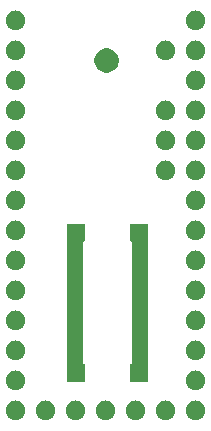
<source format=gbr>
G04 #@! TF.GenerationSoftware,KiCad,Pcbnew,(5.1.0)-1*
G04 #@! TF.CreationDate,2020-11-17T16:37:49-05:00*
G04 #@! TF.ProjectId,T61_LC_Scanner,5436315f-4c43-45f5-9363-616e6e65722e,rev?*
G04 #@! TF.SameCoordinates,Original*
G04 #@! TF.FileFunction,Soldermask,Bot*
G04 #@! TF.FilePolarity,Negative*
%FSLAX46Y46*%
G04 Gerber Fmt 4.6, Leading zero omitted, Abs format (unit mm)*
G04 Created by KiCad (PCBNEW (5.1.0)-1) date 2020-11-17 16:37:49*
%MOMM*%
%LPD*%
G04 APERTURE LIST*
%ADD10C,0.100000*%
G04 APERTURE END LIST*
D10*
G36*
X140341525Y-113589706D02*
G01*
X140422494Y-113605811D01*
X140575038Y-113668997D01*
X140711397Y-113760109D01*
X140712322Y-113760727D01*
X140829073Y-113877478D01*
X140829075Y-113877481D01*
X140920803Y-114014762D01*
X140983989Y-114167307D01*
X141016200Y-114329243D01*
X141016200Y-114494357D01*
X140983989Y-114656293D01*
X140920803Y-114808838D01*
X140829691Y-114945197D01*
X140829073Y-114946122D01*
X140712322Y-115062873D01*
X140712319Y-115062875D01*
X140575038Y-115154603D01*
X140498765Y-115186196D01*
X140422494Y-115217789D01*
X140341525Y-115233895D01*
X140260557Y-115250000D01*
X140095443Y-115250000D01*
X140014475Y-115233895D01*
X139933506Y-115217789D01*
X139857235Y-115186196D01*
X139780962Y-115154603D01*
X139643681Y-115062875D01*
X139643678Y-115062873D01*
X139526927Y-114946122D01*
X139526309Y-114945197D01*
X139435197Y-114808838D01*
X139372011Y-114656293D01*
X139339800Y-114494357D01*
X139339800Y-114329243D01*
X139372011Y-114167307D01*
X139435197Y-114014762D01*
X139526925Y-113877481D01*
X139526927Y-113877478D01*
X139643678Y-113760727D01*
X139644603Y-113760109D01*
X139780962Y-113668997D01*
X139933506Y-113605811D01*
X140014475Y-113589706D01*
X140095443Y-113573600D01*
X140260557Y-113573600D01*
X140341525Y-113589706D01*
X140341525Y-113589706D01*
G37*
G36*
X137801525Y-113589706D02*
G01*
X137882494Y-113605811D01*
X138035038Y-113668997D01*
X138171397Y-113760109D01*
X138172322Y-113760727D01*
X138289073Y-113877478D01*
X138289075Y-113877481D01*
X138380803Y-114014762D01*
X138443989Y-114167307D01*
X138476200Y-114329243D01*
X138476200Y-114494357D01*
X138443989Y-114656293D01*
X138380803Y-114808838D01*
X138289691Y-114945197D01*
X138289073Y-114946122D01*
X138172322Y-115062873D01*
X138172319Y-115062875D01*
X138035038Y-115154603D01*
X137958765Y-115186196D01*
X137882494Y-115217789D01*
X137801525Y-115233895D01*
X137720557Y-115250000D01*
X137555443Y-115250000D01*
X137474475Y-115233895D01*
X137393506Y-115217789D01*
X137317235Y-115186196D01*
X137240962Y-115154603D01*
X137103681Y-115062875D01*
X137103678Y-115062873D01*
X136986927Y-114946122D01*
X136986309Y-114945197D01*
X136895197Y-114808838D01*
X136832011Y-114656293D01*
X136799800Y-114494357D01*
X136799800Y-114329243D01*
X136832011Y-114167307D01*
X136895197Y-114014762D01*
X136986925Y-113877481D01*
X136986927Y-113877478D01*
X137103678Y-113760727D01*
X137104603Y-113760109D01*
X137240962Y-113668997D01*
X137393506Y-113605811D01*
X137474475Y-113589706D01*
X137555443Y-113573600D01*
X137720557Y-113573600D01*
X137801525Y-113589706D01*
X137801525Y-113589706D01*
G37*
G36*
X125101525Y-113589706D02*
G01*
X125182494Y-113605811D01*
X125335038Y-113668997D01*
X125471397Y-113760109D01*
X125472322Y-113760727D01*
X125589073Y-113877478D01*
X125589075Y-113877481D01*
X125680803Y-114014762D01*
X125743989Y-114167307D01*
X125776200Y-114329243D01*
X125776200Y-114494357D01*
X125743989Y-114656293D01*
X125680803Y-114808838D01*
X125589691Y-114945197D01*
X125589073Y-114946122D01*
X125472322Y-115062873D01*
X125472319Y-115062875D01*
X125335038Y-115154603D01*
X125258765Y-115186196D01*
X125182494Y-115217789D01*
X125101525Y-115233895D01*
X125020557Y-115250000D01*
X124855443Y-115250000D01*
X124774475Y-115233895D01*
X124693506Y-115217789D01*
X124617235Y-115186196D01*
X124540962Y-115154603D01*
X124403681Y-115062875D01*
X124403678Y-115062873D01*
X124286927Y-114946122D01*
X124286309Y-114945197D01*
X124195197Y-114808838D01*
X124132011Y-114656293D01*
X124099800Y-114494357D01*
X124099800Y-114329243D01*
X124132011Y-114167307D01*
X124195197Y-114014762D01*
X124286925Y-113877481D01*
X124286927Y-113877478D01*
X124403678Y-113760727D01*
X124404603Y-113760109D01*
X124540962Y-113668997D01*
X124693506Y-113605811D01*
X124774475Y-113589706D01*
X124855443Y-113573600D01*
X125020557Y-113573600D01*
X125101525Y-113589706D01*
X125101525Y-113589706D01*
G37*
G36*
X135261525Y-113589706D02*
G01*
X135342494Y-113605811D01*
X135495038Y-113668997D01*
X135631397Y-113760109D01*
X135632322Y-113760727D01*
X135749073Y-113877478D01*
X135749075Y-113877481D01*
X135840803Y-114014762D01*
X135903989Y-114167307D01*
X135936200Y-114329243D01*
X135936200Y-114494357D01*
X135903989Y-114656293D01*
X135840803Y-114808838D01*
X135749691Y-114945197D01*
X135749073Y-114946122D01*
X135632322Y-115062873D01*
X135632319Y-115062875D01*
X135495038Y-115154603D01*
X135418765Y-115186196D01*
X135342494Y-115217789D01*
X135261525Y-115233895D01*
X135180557Y-115250000D01*
X135015443Y-115250000D01*
X134934475Y-115233895D01*
X134853506Y-115217789D01*
X134777235Y-115186196D01*
X134700962Y-115154603D01*
X134563681Y-115062875D01*
X134563678Y-115062873D01*
X134446927Y-114946122D01*
X134446309Y-114945197D01*
X134355197Y-114808838D01*
X134292011Y-114656293D01*
X134259800Y-114494357D01*
X134259800Y-114329243D01*
X134292011Y-114167307D01*
X134355197Y-114014762D01*
X134446925Y-113877481D01*
X134446927Y-113877478D01*
X134563678Y-113760727D01*
X134564603Y-113760109D01*
X134700962Y-113668997D01*
X134853506Y-113605811D01*
X134934475Y-113589706D01*
X135015443Y-113573600D01*
X135180557Y-113573600D01*
X135261525Y-113589706D01*
X135261525Y-113589706D01*
G37*
G36*
X127641525Y-113589706D02*
G01*
X127722494Y-113605811D01*
X127875038Y-113668997D01*
X128011397Y-113760109D01*
X128012322Y-113760727D01*
X128129073Y-113877478D01*
X128129075Y-113877481D01*
X128220803Y-114014762D01*
X128283989Y-114167307D01*
X128316200Y-114329243D01*
X128316200Y-114494357D01*
X128283989Y-114656293D01*
X128220803Y-114808838D01*
X128129691Y-114945197D01*
X128129073Y-114946122D01*
X128012322Y-115062873D01*
X128012319Y-115062875D01*
X127875038Y-115154603D01*
X127798765Y-115186196D01*
X127722494Y-115217789D01*
X127641525Y-115233895D01*
X127560557Y-115250000D01*
X127395443Y-115250000D01*
X127314475Y-115233895D01*
X127233506Y-115217789D01*
X127157235Y-115186196D01*
X127080962Y-115154603D01*
X126943681Y-115062875D01*
X126943678Y-115062873D01*
X126826927Y-114946122D01*
X126826309Y-114945197D01*
X126735197Y-114808838D01*
X126672011Y-114656293D01*
X126639800Y-114494357D01*
X126639800Y-114329243D01*
X126672011Y-114167307D01*
X126735197Y-114014762D01*
X126826925Y-113877481D01*
X126826927Y-113877478D01*
X126943678Y-113760727D01*
X126944603Y-113760109D01*
X127080962Y-113668997D01*
X127233506Y-113605811D01*
X127314475Y-113589706D01*
X127395443Y-113573600D01*
X127560557Y-113573600D01*
X127641525Y-113589706D01*
X127641525Y-113589706D01*
G37*
G36*
X130181525Y-113589706D02*
G01*
X130262494Y-113605811D01*
X130415038Y-113668997D01*
X130551397Y-113760109D01*
X130552322Y-113760727D01*
X130669073Y-113877478D01*
X130669075Y-113877481D01*
X130760803Y-114014762D01*
X130823989Y-114167307D01*
X130856200Y-114329243D01*
X130856200Y-114494357D01*
X130823989Y-114656293D01*
X130760803Y-114808838D01*
X130669691Y-114945197D01*
X130669073Y-114946122D01*
X130552322Y-115062873D01*
X130552319Y-115062875D01*
X130415038Y-115154603D01*
X130338765Y-115186196D01*
X130262494Y-115217789D01*
X130181525Y-115233895D01*
X130100557Y-115250000D01*
X129935443Y-115250000D01*
X129854475Y-115233895D01*
X129773506Y-115217789D01*
X129697235Y-115186196D01*
X129620962Y-115154603D01*
X129483681Y-115062875D01*
X129483678Y-115062873D01*
X129366927Y-114946122D01*
X129366309Y-114945197D01*
X129275197Y-114808838D01*
X129212011Y-114656293D01*
X129179800Y-114494357D01*
X129179800Y-114329243D01*
X129212011Y-114167307D01*
X129275197Y-114014762D01*
X129366925Y-113877481D01*
X129366927Y-113877478D01*
X129483678Y-113760727D01*
X129484603Y-113760109D01*
X129620962Y-113668997D01*
X129773506Y-113605811D01*
X129854475Y-113589706D01*
X129935443Y-113573600D01*
X130100557Y-113573600D01*
X130181525Y-113589706D01*
X130181525Y-113589706D01*
G37*
G36*
X132721525Y-113589706D02*
G01*
X132802494Y-113605811D01*
X132955038Y-113668997D01*
X133091397Y-113760109D01*
X133092322Y-113760727D01*
X133209073Y-113877478D01*
X133209075Y-113877481D01*
X133300803Y-114014762D01*
X133363989Y-114167307D01*
X133396200Y-114329243D01*
X133396200Y-114494357D01*
X133363989Y-114656293D01*
X133300803Y-114808838D01*
X133209691Y-114945197D01*
X133209073Y-114946122D01*
X133092322Y-115062873D01*
X133092319Y-115062875D01*
X132955038Y-115154603D01*
X132878765Y-115186196D01*
X132802494Y-115217789D01*
X132721525Y-115233895D01*
X132640557Y-115250000D01*
X132475443Y-115250000D01*
X132394475Y-115233895D01*
X132313506Y-115217789D01*
X132237235Y-115186196D01*
X132160962Y-115154603D01*
X132023681Y-115062875D01*
X132023678Y-115062873D01*
X131906927Y-114946122D01*
X131906309Y-114945197D01*
X131815197Y-114808838D01*
X131752011Y-114656293D01*
X131719800Y-114494357D01*
X131719800Y-114329243D01*
X131752011Y-114167307D01*
X131815197Y-114014762D01*
X131906925Y-113877481D01*
X131906927Y-113877478D01*
X132023678Y-113760727D01*
X132024603Y-113760109D01*
X132160962Y-113668997D01*
X132313506Y-113605811D01*
X132394475Y-113589706D01*
X132475443Y-113573600D01*
X132640557Y-113573600D01*
X132721525Y-113589706D01*
X132721525Y-113589706D01*
G37*
G36*
X125101525Y-111049705D02*
G01*
X125182494Y-111065811D01*
X125258765Y-111097404D01*
X125335038Y-111128997D01*
X125471397Y-111220109D01*
X125472322Y-111220727D01*
X125589073Y-111337478D01*
X125589075Y-111337481D01*
X125680803Y-111474762D01*
X125743989Y-111627307D01*
X125776200Y-111789243D01*
X125776200Y-111954357D01*
X125743989Y-112116293D01*
X125680803Y-112268838D01*
X125589691Y-112405197D01*
X125589073Y-112406122D01*
X125472322Y-112522873D01*
X125472319Y-112522875D01*
X125335038Y-112614603D01*
X125258765Y-112646196D01*
X125182494Y-112677789D01*
X125101525Y-112693894D01*
X125020557Y-112710000D01*
X124855443Y-112710000D01*
X124774475Y-112693894D01*
X124693506Y-112677789D01*
X124617235Y-112646196D01*
X124540962Y-112614603D01*
X124403681Y-112522875D01*
X124403678Y-112522873D01*
X124286927Y-112406122D01*
X124286309Y-112405197D01*
X124195197Y-112268838D01*
X124132011Y-112116293D01*
X124099800Y-111954357D01*
X124099800Y-111789243D01*
X124132011Y-111627307D01*
X124195197Y-111474762D01*
X124286925Y-111337481D01*
X124286927Y-111337478D01*
X124403678Y-111220727D01*
X124404603Y-111220109D01*
X124540962Y-111128997D01*
X124693506Y-111065811D01*
X124774475Y-111049705D01*
X124855443Y-111033600D01*
X125020557Y-111033600D01*
X125101525Y-111049705D01*
X125101525Y-111049705D01*
G37*
G36*
X140341525Y-111049705D02*
G01*
X140422494Y-111065811D01*
X140498765Y-111097404D01*
X140575038Y-111128997D01*
X140711397Y-111220109D01*
X140712322Y-111220727D01*
X140829073Y-111337478D01*
X140829075Y-111337481D01*
X140920803Y-111474762D01*
X140983989Y-111627307D01*
X141016200Y-111789243D01*
X141016200Y-111954357D01*
X140983989Y-112116293D01*
X140920803Y-112268838D01*
X140829691Y-112405197D01*
X140829073Y-112406122D01*
X140712322Y-112522873D01*
X140712319Y-112522875D01*
X140575038Y-112614603D01*
X140498765Y-112646196D01*
X140422494Y-112677789D01*
X140341525Y-112693894D01*
X140260557Y-112710000D01*
X140095443Y-112710000D01*
X140014475Y-112693894D01*
X139933506Y-112677789D01*
X139857235Y-112646196D01*
X139780962Y-112614603D01*
X139643681Y-112522875D01*
X139643678Y-112522873D01*
X139526927Y-112406122D01*
X139526309Y-112405197D01*
X139435197Y-112268838D01*
X139372011Y-112116293D01*
X139339800Y-111954357D01*
X139339800Y-111789243D01*
X139372011Y-111627307D01*
X139435197Y-111474762D01*
X139526925Y-111337481D01*
X139526927Y-111337478D01*
X139643678Y-111220727D01*
X139644603Y-111220109D01*
X139780962Y-111128997D01*
X139933506Y-111065811D01*
X140014475Y-111049705D01*
X140095443Y-111033600D01*
X140260557Y-111033600D01*
X140341525Y-111049705D01*
X140341525Y-111049705D01*
G37*
G36*
X130845600Y-100121600D02*
G01*
X130750599Y-100121600D01*
X130726213Y-100124002D01*
X130702764Y-100131115D01*
X130681153Y-100142666D01*
X130662211Y-100158211D01*
X130646666Y-100177153D01*
X130635115Y-100198764D01*
X130628002Y-100222213D01*
X130625600Y-100246599D01*
X130625600Y-110393401D01*
X130628002Y-110417787D01*
X130635115Y-110441236D01*
X130646666Y-110462847D01*
X130662211Y-110481789D01*
X130681153Y-110497334D01*
X130702764Y-110508885D01*
X130726213Y-110515998D01*
X130750599Y-110518400D01*
X130845600Y-110518400D01*
X130845600Y-112021600D01*
X129322400Y-112021600D01*
X129322400Y-98618400D01*
X130845600Y-98618400D01*
X130845600Y-100121600D01*
X130845600Y-100121600D01*
G37*
G36*
X136125600Y-112021600D02*
G01*
X134602400Y-112021600D01*
X134602400Y-110518400D01*
X134697401Y-110518400D01*
X134721787Y-110515998D01*
X134745236Y-110508885D01*
X134766847Y-110497334D01*
X134785789Y-110481789D01*
X134801334Y-110462847D01*
X134812885Y-110441236D01*
X134819998Y-110417787D01*
X134822400Y-110393401D01*
X134822400Y-100246599D01*
X134819998Y-100222213D01*
X134812885Y-100198764D01*
X134801334Y-100177153D01*
X134785789Y-100158211D01*
X134766847Y-100142666D01*
X134745236Y-100131115D01*
X134721787Y-100124002D01*
X134697401Y-100121600D01*
X134602400Y-100121600D01*
X134602400Y-98618400D01*
X136125600Y-98618400D01*
X136125600Y-112021600D01*
X136125600Y-112021600D01*
G37*
G36*
X140341525Y-108509706D02*
G01*
X140422494Y-108525811D01*
X140575038Y-108588997D01*
X140711397Y-108680109D01*
X140712322Y-108680727D01*
X140829073Y-108797478D01*
X140829075Y-108797481D01*
X140920803Y-108934762D01*
X140983989Y-109087307D01*
X141016200Y-109249243D01*
X141016200Y-109414357D01*
X140983989Y-109576293D01*
X140920803Y-109728838D01*
X140829691Y-109865197D01*
X140829073Y-109866122D01*
X140712322Y-109982873D01*
X140712319Y-109982875D01*
X140575038Y-110074603D01*
X140422494Y-110137789D01*
X140341525Y-110153895D01*
X140260557Y-110170000D01*
X140095443Y-110170000D01*
X140014475Y-110153895D01*
X139933506Y-110137789D01*
X139857235Y-110106196D01*
X139780962Y-110074603D01*
X139643681Y-109982875D01*
X139643678Y-109982873D01*
X139526927Y-109866122D01*
X139526309Y-109865197D01*
X139435197Y-109728838D01*
X139372011Y-109576293D01*
X139339800Y-109414357D01*
X139339800Y-109249243D01*
X139372011Y-109087307D01*
X139435197Y-108934762D01*
X139526925Y-108797481D01*
X139526927Y-108797478D01*
X139643678Y-108680727D01*
X139644603Y-108680109D01*
X139780962Y-108588997D01*
X139857235Y-108557404D01*
X139933506Y-108525811D01*
X140014475Y-108509706D01*
X140095443Y-108493600D01*
X140260557Y-108493600D01*
X140341525Y-108509706D01*
X140341525Y-108509706D01*
G37*
G36*
X125101525Y-108509706D02*
G01*
X125182494Y-108525811D01*
X125335038Y-108588997D01*
X125471397Y-108680109D01*
X125472322Y-108680727D01*
X125589073Y-108797478D01*
X125589075Y-108797481D01*
X125680803Y-108934762D01*
X125743989Y-109087307D01*
X125776200Y-109249243D01*
X125776200Y-109414357D01*
X125743989Y-109576293D01*
X125680803Y-109728838D01*
X125589691Y-109865197D01*
X125589073Y-109866122D01*
X125472322Y-109982873D01*
X125472319Y-109982875D01*
X125335038Y-110074603D01*
X125182494Y-110137789D01*
X125101525Y-110153895D01*
X125020557Y-110170000D01*
X124855443Y-110170000D01*
X124774475Y-110153895D01*
X124693506Y-110137789D01*
X124617235Y-110106196D01*
X124540962Y-110074603D01*
X124403681Y-109982875D01*
X124403678Y-109982873D01*
X124286927Y-109866122D01*
X124286309Y-109865197D01*
X124195197Y-109728838D01*
X124132011Y-109576293D01*
X124099800Y-109414357D01*
X124099800Y-109249243D01*
X124132011Y-109087307D01*
X124195197Y-108934762D01*
X124286925Y-108797481D01*
X124286927Y-108797478D01*
X124403678Y-108680727D01*
X124404603Y-108680109D01*
X124540962Y-108588997D01*
X124617235Y-108557404D01*
X124693506Y-108525811D01*
X124774475Y-108509706D01*
X124855443Y-108493600D01*
X125020557Y-108493600D01*
X125101525Y-108509706D01*
X125101525Y-108509706D01*
G37*
G36*
X140341525Y-105969705D02*
G01*
X140422494Y-105985811D01*
X140498765Y-106017404D01*
X140575038Y-106048997D01*
X140711397Y-106140109D01*
X140712322Y-106140727D01*
X140829073Y-106257478D01*
X140829075Y-106257481D01*
X140920803Y-106394762D01*
X140983989Y-106547307D01*
X141016200Y-106709243D01*
X141016200Y-106874357D01*
X140983989Y-107036293D01*
X140920803Y-107188838D01*
X140834233Y-107318400D01*
X140829073Y-107326122D01*
X140712322Y-107442873D01*
X140712319Y-107442875D01*
X140575038Y-107534603D01*
X140498765Y-107566196D01*
X140422494Y-107597789D01*
X140341525Y-107613894D01*
X140260557Y-107630000D01*
X140095443Y-107630000D01*
X140014475Y-107613894D01*
X139933506Y-107597789D01*
X139780962Y-107534603D01*
X139643681Y-107442875D01*
X139643678Y-107442873D01*
X139526927Y-107326122D01*
X139521767Y-107318400D01*
X139435197Y-107188838D01*
X139372011Y-107036293D01*
X139339800Y-106874357D01*
X139339800Y-106709243D01*
X139372011Y-106547307D01*
X139435197Y-106394762D01*
X139526925Y-106257481D01*
X139526927Y-106257478D01*
X139643678Y-106140727D01*
X139644603Y-106140109D01*
X139780962Y-106048997D01*
X139933506Y-105985811D01*
X140014475Y-105969705D01*
X140095443Y-105953600D01*
X140260557Y-105953600D01*
X140341525Y-105969705D01*
X140341525Y-105969705D01*
G37*
G36*
X125101525Y-105969705D02*
G01*
X125182494Y-105985811D01*
X125258765Y-106017404D01*
X125335038Y-106048997D01*
X125471397Y-106140109D01*
X125472322Y-106140727D01*
X125589073Y-106257478D01*
X125589075Y-106257481D01*
X125680803Y-106394762D01*
X125743989Y-106547307D01*
X125776200Y-106709243D01*
X125776200Y-106874357D01*
X125743989Y-107036293D01*
X125680803Y-107188838D01*
X125594233Y-107318400D01*
X125589073Y-107326122D01*
X125472322Y-107442873D01*
X125472319Y-107442875D01*
X125335038Y-107534603D01*
X125258765Y-107566196D01*
X125182494Y-107597789D01*
X125101525Y-107613894D01*
X125020557Y-107630000D01*
X124855443Y-107630000D01*
X124774475Y-107613894D01*
X124693506Y-107597789D01*
X124540962Y-107534603D01*
X124403681Y-107442875D01*
X124403678Y-107442873D01*
X124286927Y-107326122D01*
X124281767Y-107318400D01*
X124195197Y-107188838D01*
X124132011Y-107036293D01*
X124099800Y-106874357D01*
X124099800Y-106709243D01*
X124132011Y-106547307D01*
X124195197Y-106394762D01*
X124286925Y-106257481D01*
X124286927Y-106257478D01*
X124403678Y-106140727D01*
X124404603Y-106140109D01*
X124540962Y-106048997D01*
X124693506Y-105985811D01*
X124774475Y-105969705D01*
X124855443Y-105953600D01*
X125020557Y-105953600D01*
X125101525Y-105969705D01*
X125101525Y-105969705D01*
G37*
G36*
X140341525Y-103429706D02*
G01*
X140422494Y-103445811D01*
X140575038Y-103508997D01*
X140711397Y-103600109D01*
X140712322Y-103600727D01*
X140829073Y-103717478D01*
X140829075Y-103717481D01*
X140920803Y-103854762D01*
X140983989Y-104007307D01*
X141016200Y-104169243D01*
X141016200Y-104334357D01*
X140983989Y-104496293D01*
X140920803Y-104648838D01*
X140829691Y-104785197D01*
X140829073Y-104786122D01*
X140712322Y-104902873D01*
X140712319Y-104902875D01*
X140575038Y-104994603D01*
X140498765Y-105026196D01*
X140422494Y-105057789D01*
X140341525Y-105073895D01*
X140260557Y-105090000D01*
X140095443Y-105090000D01*
X140014475Y-105073894D01*
X139933506Y-105057789D01*
X139857235Y-105026196D01*
X139780962Y-104994603D01*
X139643681Y-104902875D01*
X139643678Y-104902873D01*
X139526927Y-104786122D01*
X139526309Y-104785197D01*
X139435197Y-104648838D01*
X139372011Y-104496293D01*
X139339800Y-104334357D01*
X139339800Y-104169243D01*
X139372011Y-104007307D01*
X139435197Y-103854762D01*
X139526925Y-103717481D01*
X139526927Y-103717478D01*
X139643678Y-103600727D01*
X139644603Y-103600109D01*
X139780962Y-103508997D01*
X139933506Y-103445811D01*
X140014475Y-103429706D01*
X140095443Y-103413600D01*
X140260557Y-103413600D01*
X140341525Y-103429706D01*
X140341525Y-103429706D01*
G37*
G36*
X125101525Y-103429706D02*
G01*
X125182494Y-103445811D01*
X125335038Y-103508997D01*
X125471397Y-103600109D01*
X125472322Y-103600727D01*
X125589073Y-103717478D01*
X125589075Y-103717481D01*
X125680803Y-103854762D01*
X125743989Y-104007307D01*
X125776200Y-104169243D01*
X125776200Y-104334357D01*
X125743989Y-104496293D01*
X125680803Y-104648838D01*
X125589691Y-104785197D01*
X125589073Y-104786122D01*
X125472322Y-104902873D01*
X125472319Y-104902875D01*
X125335038Y-104994603D01*
X125258765Y-105026196D01*
X125182494Y-105057789D01*
X125101525Y-105073895D01*
X125020557Y-105090000D01*
X124855443Y-105090000D01*
X124774475Y-105073894D01*
X124693506Y-105057789D01*
X124617235Y-105026196D01*
X124540962Y-104994603D01*
X124403681Y-104902875D01*
X124403678Y-104902873D01*
X124286927Y-104786122D01*
X124286309Y-104785197D01*
X124195197Y-104648838D01*
X124132011Y-104496293D01*
X124099800Y-104334357D01*
X124099800Y-104169243D01*
X124132011Y-104007307D01*
X124195197Y-103854762D01*
X124286925Y-103717481D01*
X124286927Y-103717478D01*
X124403678Y-103600727D01*
X124404603Y-103600109D01*
X124540962Y-103508997D01*
X124693506Y-103445811D01*
X124774475Y-103429706D01*
X124855443Y-103413600D01*
X125020557Y-103413600D01*
X125101525Y-103429706D01*
X125101525Y-103429706D01*
G37*
G36*
X140341525Y-100889705D02*
G01*
X140422494Y-100905811D01*
X140575038Y-100968997D01*
X140711397Y-101060109D01*
X140712322Y-101060727D01*
X140829073Y-101177478D01*
X140829075Y-101177481D01*
X140920803Y-101314762D01*
X140983989Y-101467307D01*
X141016200Y-101629243D01*
X141016200Y-101794357D01*
X140983989Y-101956293D01*
X140920803Y-102108838D01*
X140829691Y-102245197D01*
X140829073Y-102246122D01*
X140712322Y-102362873D01*
X140712319Y-102362875D01*
X140575038Y-102454603D01*
X140422494Y-102517789D01*
X140341525Y-102533895D01*
X140260557Y-102550000D01*
X140095443Y-102550000D01*
X140014475Y-102533895D01*
X139933506Y-102517789D01*
X139857235Y-102486196D01*
X139780962Y-102454603D01*
X139643681Y-102362875D01*
X139643678Y-102362873D01*
X139526927Y-102246122D01*
X139526309Y-102245197D01*
X139435197Y-102108838D01*
X139372011Y-101956293D01*
X139339800Y-101794357D01*
X139339800Y-101629243D01*
X139372011Y-101467307D01*
X139435197Y-101314762D01*
X139526925Y-101177481D01*
X139526927Y-101177478D01*
X139643678Y-101060727D01*
X139644603Y-101060109D01*
X139780962Y-100968997D01*
X139857235Y-100937404D01*
X139933506Y-100905811D01*
X140014475Y-100889706D01*
X140095443Y-100873600D01*
X140260557Y-100873600D01*
X140341525Y-100889705D01*
X140341525Y-100889705D01*
G37*
G36*
X125101525Y-100889705D02*
G01*
X125182494Y-100905811D01*
X125335038Y-100968997D01*
X125471397Y-101060109D01*
X125472322Y-101060727D01*
X125589073Y-101177478D01*
X125589075Y-101177481D01*
X125680803Y-101314762D01*
X125743989Y-101467307D01*
X125776200Y-101629243D01*
X125776200Y-101794357D01*
X125743989Y-101956293D01*
X125680803Y-102108838D01*
X125589691Y-102245197D01*
X125589073Y-102246122D01*
X125472322Y-102362873D01*
X125472319Y-102362875D01*
X125335038Y-102454603D01*
X125182494Y-102517789D01*
X125101525Y-102533895D01*
X125020557Y-102550000D01*
X124855443Y-102550000D01*
X124774475Y-102533895D01*
X124693506Y-102517789D01*
X124617235Y-102486196D01*
X124540962Y-102454603D01*
X124403681Y-102362875D01*
X124403678Y-102362873D01*
X124286927Y-102246122D01*
X124286309Y-102245197D01*
X124195197Y-102108838D01*
X124132011Y-101956293D01*
X124099800Y-101794357D01*
X124099800Y-101629243D01*
X124132011Y-101467307D01*
X124195197Y-101314762D01*
X124286925Y-101177481D01*
X124286927Y-101177478D01*
X124403678Y-101060727D01*
X124404603Y-101060109D01*
X124540962Y-100968997D01*
X124617235Y-100937404D01*
X124693506Y-100905811D01*
X124774475Y-100889706D01*
X124855443Y-100873600D01*
X125020557Y-100873600D01*
X125101525Y-100889705D01*
X125101525Y-100889705D01*
G37*
G36*
X140341525Y-98349705D02*
G01*
X140422494Y-98365811D01*
X140575038Y-98428997D01*
X140711397Y-98520109D01*
X140712322Y-98520727D01*
X140829073Y-98637478D01*
X140829075Y-98637481D01*
X140920803Y-98774762D01*
X140983989Y-98927307D01*
X141016200Y-99089243D01*
X141016200Y-99254357D01*
X140983989Y-99416293D01*
X140920803Y-99568838D01*
X140829691Y-99705197D01*
X140829073Y-99706122D01*
X140712322Y-99822873D01*
X140712319Y-99822875D01*
X140575038Y-99914603D01*
X140498765Y-99946196D01*
X140422494Y-99977789D01*
X140341525Y-99993894D01*
X140260557Y-100010000D01*
X140095443Y-100010000D01*
X140014475Y-99993894D01*
X139933506Y-99977789D01*
X139857235Y-99946196D01*
X139780962Y-99914603D01*
X139643681Y-99822875D01*
X139643678Y-99822873D01*
X139526927Y-99706122D01*
X139526309Y-99705197D01*
X139435197Y-99568838D01*
X139372011Y-99416293D01*
X139339800Y-99254357D01*
X139339800Y-99089243D01*
X139372011Y-98927307D01*
X139435197Y-98774762D01*
X139526925Y-98637481D01*
X139526927Y-98637478D01*
X139643678Y-98520727D01*
X139644603Y-98520109D01*
X139780962Y-98428997D01*
X139933506Y-98365811D01*
X140014475Y-98349706D01*
X140095443Y-98333600D01*
X140260557Y-98333600D01*
X140341525Y-98349705D01*
X140341525Y-98349705D01*
G37*
G36*
X125101525Y-98349705D02*
G01*
X125182494Y-98365811D01*
X125335038Y-98428997D01*
X125471397Y-98520109D01*
X125472322Y-98520727D01*
X125589073Y-98637478D01*
X125589075Y-98637481D01*
X125680803Y-98774762D01*
X125743989Y-98927307D01*
X125776200Y-99089243D01*
X125776200Y-99254357D01*
X125743989Y-99416293D01*
X125680803Y-99568838D01*
X125589691Y-99705197D01*
X125589073Y-99706122D01*
X125472322Y-99822873D01*
X125472319Y-99822875D01*
X125335038Y-99914603D01*
X125258765Y-99946196D01*
X125182494Y-99977789D01*
X125101525Y-99993894D01*
X125020557Y-100010000D01*
X124855443Y-100010000D01*
X124774475Y-99993894D01*
X124693506Y-99977789D01*
X124617235Y-99946196D01*
X124540962Y-99914603D01*
X124403681Y-99822875D01*
X124403678Y-99822873D01*
X124286927Y-99706122D01*
X124286309Y-99705197D01*
X124195197Y-99568838D01*
X124132011Y-99416293D01*
X124099800Y-99254357D01*
X124099800Y-99089243D01*
X124132011Y-98927307D01*
X124195197Y-98774762D01*
X124286925Y-98637481D01*
X124286927Y-98637478D01*
X124403678Y-98520727D01*
X124404603Y-98520109D01*
X124540962Y-98428997D01*
X124693506Y-98365811D01*
X124774475Y-98349706D01*
X124855443Y-98333600D01*
X125020557Y-98333600D01*
X125101525Y-98349705D01*
X125101525Y-98349705D01*
G37*
G36*
X140341525Y-95809705D02*
G01*
X140422494Y-95825811D01*
X140498765Y-95857404D01*
X140575038Y-95888997D01*
X140711397Y-95980109D01*
X140712322Y-95980727D01*
X140829073Y-96097478D01*
X140829075Y-96097481D01*
X140920803Y-96234762D01*
X140983989Y-96387307D01*
X141016200Y-96549243D01*
X141016200Y-96714357D01*
X140983989Y-96876293D01*
X140920803Y-97028838D01*
X140829691Y-97165197D01*
X140829073Y-97166122D01*
X140712322Y-97282873D01*
X140712319Y-97282875D01*
X140575038Y-97374603D01*
X140422494Y-97437789D01*
X140341525Y-97453895D01*
X140260557Y-97470000D01*
X140095443Y-97470000D01*
X140014475Y-97453894D01*
X139933506Y-97437789D01*
X139780962Y-97374603D01*
X139643681Y-97282875D01*
X139643678Y-97282873D01*
X139526927Y-97166122D01*
X139526309Y-97165197D01*
X139435197Y-97028838D01*
X139372011Y-96876293D01*
X139339800Y-96714357D01*
X139339800Y-96549243D01*
X139372011Y-96387307D01*
X139435197Y-96234762D01*
X139526925Y-96097481D01*
X139526927Y-96097478D01*
X139643678Y-95980727D01*
X139644603Y-95980109D01*
X139780962Y-95888997D01*
X139857235Y-95857404D01*
X139933506Y-95825811D01*
X140014475Y-95809706D01*
X140095443Y-95793600D01*
X140260557Y-95793600D01*
X140341525Y-95809705D01*
X140341525Y-95809705D01*
G37*
G36*
X125101525Y-95809705D02*
G01*
X125182494Y-95825811D01*
X125258765Y-95857404D01*
X125335038Y-95888997D01*
X125471397Y-95980109D01*
X125472322Y-95980727D01*
X125589073Y-96097478D01*
X125589075Y-96097481D01*
X125680803Y-96234762D01*
X125743989Y-96387307D01*
X125776200Y-96549243D01*
X125776200Y-96714357D01*
X125743989Y-96876293D01*
X125680803Y-97028838D01*
X125589691Y-97165197D01*
X125589073Y-97166122D01*
X125472322Y-97282873D01*
X125472319Y-97282875D01*
X125335038Y-97374603D01*
X125182494Y-97437789D01*
X125101525Y-97453895D01*
X125020557Y-97470000D01*
X124855443Y-97470000D01*
X124774475Y-97453894D01*
X124693506Y-97437789D01*
X124540962Y-97374603D01*
X124403681Y-97282875D01*
X124403678Y-97282873D01*
X124286927Y-97166122D01*
X124286309Y-97165197D01*
X124195197Y-97028838D01*
X124132011Y-96876293D01*
X124099800Y-96714357D01*
X124099800Y-96549243D01*
X124132011Y-96387307D01*
X124195197Y-96234762D01*
X124286925Y-96097481D01*
X124286927Y-96097478D01*
X124403678Y-95980727D01*
X124404603Y-95980109D01*
X124540962Y-95888997D01*
X124617235Y-95857404D01*
X124693506Y-95825811D01*
X124774475Y-95809706D01*
X124855443Y-95793600D01*
X125020557Y-95793600D01*
X125101525Y-95809705D01*
X125101525Y-95809705D01*
G37*
G36*
X140341525Y-93269705D02*
G01*
X140422494Y-93285811D01*
X140575038Y-93348997D01*
X140711397Y-93440109D01*
X140712322Y-93440727D01*
X140829073Y-93557478D01*
X140829075Y-93557481D01*
X140920803Y-93694762D01*
X140983989Y-93847307D01*
X141016200Y-94009243D01*
X141016200Y-94174357D01*
X140983989Y-94336293D01*
X140920803Y-94488838D01*
X140829691Y-94625197D01*
X140829073Y-94626122D01*
X140712322Y-94742873D01*
X140712319Y-94742875D01*
X140575038Y-94834603D01*
X140422494Y-94897789D01*
X140341525Y-94913895D01*
X140260557Y-94930000D01*
X140095443Y-94930000D01*
X140014475Y-94913894D01*
X139933506Y-94897789D01*
X139780962Y-94834603D01*
X139643681Y-94742875D01*
X139643678Y-94742873D01*
X139526927Y-94626122D01*
X139526309Y-94625197D01*
X139435197Y-94488838D01*
X139372011Y-94336293D01*
X139339800Y-94174357D01*
X139339800Y-94009243D01*
X139372011Y-93847307D01*
X139435197Y-93694762D01*
X139526925Y-93557481D01*
X139526927Y-93557478D01*
X139643678Y-93440727D01*
X139644603Y-93440109D01*
X139780962Y-93348997D01*
X139857235Y-93317404D01*
X139933506Y-93285811D01*
X140014475Y-93269705D01*
X140095443Y-93253600D01*
X140260557Y-93253600D01*
X140341525Y-93269705D01*
X140341525Y-93269705D01*
G37*
G36*
X125101525Y-93269705D02*
G01*
X125182494Y-93285811D01*
X125335038Y-93348997D01*
X125471397Y-93440109D01*
X125472322Y-93440727D01*
X125589073Y-93557478D01*
X125589075Y-93557481D01*
X125680803Y-93694762D01*
X125743989Y-93847307D01*
X125776200Y-94009243D01*
X125776200Y-94174357D01*
X125743989Y-94336293D01*
X125680803Y-94488838D01*
X125589691Y-94625197D01*
X125589073Y-94626122D01*
X125472322Y-94742873D01*
X125472319Y-94742875D01*
X125335038Y-94834603D01*
X125182494Y-94897789D01*
X125101525Y-94913895D01*
X125020557Y-94930000D01*
X124855443Y-94930000D01*
X124774475Y-94913894D01*
X124693506Y-94897789D01*
X124540962Y-94834603D01*
X124403681Y-94742875D01*
X124403678Y-94742873D01*
X124286927Y-94626122D01*
X124286309Y-94625197D01*
X124195197Y-94488838D01*
X124132011Y-94336293D01*
X124099800Y-94174357D01*
X124099800Y-94009243D01*
X124132011Y-93847307D01*
X124195197Y-93694762D01*
X124286925Y-93557481D01*
X124286927Y-93557478D01*
X124403678Y-93440727D01*
X124404603Y-93440109D01*
X124540962Y-93348997D01*
X124617235Y-93317404D01*
X124693506Y-93285811D01*
X124774475Y-93269705D01*
X124855443Y-93253600D01*
X125020557Y-93253600D01*
X125101525Y-93269705D01*
X125101525Y-93269705D01*
G37*
G36*
X137801525Y-93269705D02*
G01*
X137882494Y-93285811D01*
X138035038Y-93348997D01*
X138171397Y-93440109D01*
X138172322Y-93440727D01*
X138289073Y-93557478D01*
X138289075Y-93557481D01*
X138380803Y-93694762D01*
X138443989Y-93847307D01*
X138476200Y-94009243D01*
X138476200Y-94174357D01*
X138443989Y-94336293D01*
X138380803Y-94488838D01*
X138289691Y-94625197D01*
X138289073Y-94626122D01*
X138172322Y-94742873D01*
X138172319Y-94742875D01*
X138035038Y-94834603D01*
X137882494Y-94897789D01*
X137801525Y-94913895D01*
X137720557Y-94930000D01*
X137555443Y-94930000D01*
X137474475Y-94913894D01*
X137393506Y-94897789D01*
X137240962Y-94834603D01*
X137103681Y-94742875D01*
X137103678Y-94742873D01*
X136986927Y-94626122D01*
X136986309Y-94625197D01*
X136895197Y-94488838D01*
X136832011Y-94336293D01*
X136799800Y-94174357D01*
X136799800Y-94009243D01*
X136832011Y-93847307D01*
X136895197Y-93694762D01*
X136986925Y-93557481D01*
X136986927Y-93557478D01*
X137103678Y-93440727D01*
X137104603Y-93440109D01*
X137240962Y-93348997D01*
X137317235Y-93317404D01*
X137393506Y-93285811D01*
X137474475Y-93269705D01*
X137555443Y-93253600D01*
X137720557Y-93253600D01*
X137801525Y-93269705D01*
X137801525Y-93269705D01*
G37*
G36*
X125101525Y-90729705D02*
G01*
X125182494Y-90745811D01*
X125258765Y-90777404D01*
X125335038Y-90808997D01*
X125471397Y-90900109D01*
X125472322Y-90900727D01*
X125589073Y-91017478D01*
X125589075Y-91017481D01*
X125680803Y-91154762D01*
X125743989Y-91307307D01*
X125776200Y-91469243D01*
X125776200Y-91634357D01*
X125743989Y-91796293D01*
X125680803Y-91948838D01*
X125589691Y-92085197D01*
X125589073Y-92086122D01*
X125472322Y-92202873D01*
X125472319Y-92202875D01*
X125335038Y-92294603D01*
X125258765Y-92326196D01*
X125182494Y-92357789D01*
X125101525Y-92373895D01*
X125020557Y-92390000D01*
X124855443Y-92390000D01*
X124774475Y-92373894D01*
X124693506Y-92357789D01*
X124540962Y-92294603D01*
X124403681Y-92202875D01*
X124403678Y-92202873D01*
X124286927Y-92086122D01*
X124286309Y-92085197D01*
X124195197Y-91948838D01*
X124132011Y-91796293D01*
X124099800Y-91634357D01*
X124099800Y-91469243D01*
X124132011Y-91307307D01*
X124195197Y-91154762D01*
X124286925Y-91017481D01*
X124286927Y-91017478D01*
X124403678Y-90900727D01*
X124404603Y-90900109D01*
X124540962Y-90808997D01*
X124693506Y-90745811D01*
X124774475Y-90729706D01*
X124855443Y-90713600D01*
X125020557Y-90713600D01*
X125101525Y-90729705D01*
X125101525Y-90729705D01*
G37*
G36*
X140341525Y-90729705D02*
G01*
X140422494Y-90745811D01*
X140498765Y-90777404D01*
X140575038Y-90808997D01*
X140711397Y-90900109D01*
X140712322Y-90900727D01*
X140829073Y-91017478D01*
X140829075Y-91017481D01*
X140920803Y-91154762D01*
X140983989Y-91307307D01*
X141016200Y-91469243D01*
X141016200Y-91634357D01*
X140983989Y-91796293D01*
X140920803Y-91948838D01*
X140829691Y-92085197D01*
X140829073Y-92086122D01*
X140712322Y-92202873D01*
X140712319Y-92202875D01*
X140575038Y-92294603D01*
X140498765Y-92326196D01*
X140422494Y-92357789D01*
X140341525Y-92373895D01*
X140260557Y-92390000D01*
X140095443Y-92390000D01*
X140014475Y-92373894D01*
X139933506Y-92357789D01*
X139780962Y-92294603D01*
X139643681Y-92202875D01*
X139643678Y-92202873D01*
X139526927Y-92086122D01*
X139526309Y-92085197D01*
X139435197Y-91948838D01*
X139372011Y-91796293D01*
X139339800Y-91634357D01*
X139339800Y-91469243D01*
X139372011Y-91307307D01*
X139435197Y-91154762D01*
X139526925Y-91017481D01*
X139526927Y-91017478D01*
X139643678Y-90900727D01*
X139644603Y-90900109D01*
X139780962Y-90808997D01*
X139933506Y-90745811D01*
X140014475Y-90729706D01*
X140095443Y-90713600D01*
X140260557Y-90713600D01*
X140341525Y-90729705D01*
X140341525Y-90729705D01*
G37*
G36*
X137801525Y-90729705D02*
G01*
X137882494Y-90745811D01*
X137958765Y-90777404D01*
X138035038Y-90808997D01*
X138171397Y-90900109D01*
X138172322Y-90900727D01*
X138289073Y-91017478D01*
X138289075Y-91017481D01*
X138380803Y-91154762D01*
X138443989Y-91307307D01*
X138476200Y-91469243D01*
X138476200Y-91634357D01*
X138443989Y-91796293D01*
X138380803Y-91948838D01*
X138289691Y-92085197D01*
X138289073Y-92086122D01*
X138172322Y-92202873D01*
X138172319Y-92202875D01*
X138035038Y-92294603D01*
X137958765Y-92326196D01*
X137882494Y-92357789D01*
X137801525Y-92373895D01*
X137720557Y-92390000D01*
X137555443Y-92390000D01*
X137474475Y-92373894D01*
X137393506Y-92357789D01*
X137240962Y-92294603D01*
X137103681Y-92202875D01*
X137103678Y-92202873D01*
X136986927Y-92086122D01*
X136986309Y-92085197D01*
X136895197Y-91948838D01*
X136832011Y-91796293D01*
X136799800Y-91634357D01*
X136799800Y-91469243D01*
X136832011Y-91307307D01*
X136895197Y-91154762D01*
X136986925Y-91017481D01*
X136986927Y-91017478D01*
X137103678Y-90900727D01*
X137104603Y-90900109D01*
X137240962Y-90808997D01*
X137393506Y-90745811D01*
X137474475Y-90729706D01*
X137555443Y-90713600D01*
X137720557Y-90713600D01*
X137801525Y-90729705D01*
X137801525Y-90729705D01*
G37*
G36*
X140341525Y-88189705D02*
G01*
X140422494Y-88205811D01*
X140575038Y-88268997D01*
X140711397Y-88360109D01*
X140712322Y-88360727D01*
X140829073Y-88477478D01*
X140829075Y-88477481D01*
X140920803Y-88614762D01*
X140983989Y-88767307D01*
X141016200Y-88929243D01*
X141016200Y-89094357D01*
X140983989Y-89256293D01*
X140920803Y-89408838D01*
X140829691Y-89545197D01*
X140829073Y-89546122D01*
X140712322Y-89662873D01*
X140712319Y-89662875D01*
X140575038Y-89754603D01*
X140422494Y-89817789D01*
X140341525Y-89833894D01*
X140260557Y-89850000D01*
X140095443Y-89850000D01*
X140014475Y-89833894D01*
X139933506Y-89817789D01*
X139857235Y-89786196D01*
X139780962Y-89754603D01*
X139643681Y-89662875D01*
X139643678Y-89662873D01*
X139526927Y-89546122D01*
X139526309Y-89545197D01*
X139435197Y-89408838D01*
X139372011Y-89256293D01*
X139339800Y-89094357D01*
X139339800Y-88929243D01*
X139372011Y-88767307D01*
X139435197Y-88614762D01*
X139526925Y-88477481D01*
X139526927Y-88477478D01*
X139643678Y-88360727D01*
X139644603Y-88360109D01*
X139780962Y-88268997D01*
X139857235Y-88237404D01*
X139933506Y-88205811D01*
X140014475Y-88189706D01*
X140095443Y-88173600D01*
X140260557Y-88173600D01*
X140341525Y-88189705D01*
X140341525Y-88189705D01*
G37*
G36*
X137801525Y-88189705D02*
G01*
X137882494Y-88205811D01*
X138035038Y-88268997D01*
X138171397Y-88360109D01*
X138172322Y-88360727D01*
X138289073Y-88477478D01*
X138289075Y-88477481D01*
X138380803Y-88614762D01*
X138443989Y-88767307D01*
X138476200Y-88929243D01*
X138476200Y-89094357D01*
X138443989Y-89256293D01*
X138380803Y-89408838D01*
X138289691Y-89545197D01*
X138289073Y-89546122D01*
X138172322Y-89662873D01*
X138172319Y-89662875D01*
X138035038Y-89754603D01*
X137882494Y-89817789D01*
X137801525Y-89833894D01*
X137720557Y-89850000D01*
X137555443Y-89850000D01*
X137474475Y-89833894D01*
X137393506Y-89817789D01*
X137317235Y-89786196D01*
X137240962Y-89754603D01*
X137103681Y-89662875D01*
X137103678Y-89662873D01*
X136986927Y-89546122D01*
X136986309Y-89545197D01*
X136895197Y-89408838D01*
X136832011Y-89256293D01*
X136799800Y-89094357D01*
X136799800Y-88929243D01*
X136832011Y-88767307D01*
X136895197Y-88614762D01*
X136986925Y-88477481D01*
X136986927Y-88477478D01*
X137103678Y-88360727D01*
X137104603Y-88360109D01*
X137240962Y-88268997D01*
X137317235Y-88237404D01*
X137393506Y-88205811D01*
X137474475Y-88189706D01*
X137555443Y-88173600D01*
X137720557Y-88173600D01*
X137801525Y-88189705D01*
X137801525Y-88189705D01*
G37*
G36*
X125101525Y-88189705D02*
G01*
X125182494Y-88205811D01*
X125335038Y-88268997D01*
X125471397Y-88360109D01*
X125472322Y-88360727D01*
X125589073Y-88477478D01*
X125589075Y-88477481D01*
X125680803Y-88614762D01*
X125743989Y-88767307D01*
X125776200Y-88929243D01*
X125776200Y-89094357D01*
X125743989Y-89256293D01*
X125680803Y-89408838D01*
X125589691Y-89545197D01*
X125589073Y-89546122D01*
X125472322Y-89662873D01*
X125472319Y-89662875D01*
X125335038Y-89754603D01*
X125182494Y-89817789D01*
X125101525Y-89833894D01*
X125020557Y-89850000D01*
X124855443Y-89850000D01*
X124774475Y-89833894D01*
X124693506Y-89817789D01*
X124617235Y-89786196D01*
X124540962Y-89754603D01*
X124403681Y-89662875D01*
X124403678Y-89662873D01*
X124286927Y-89546122D01*
X124286309Y-89545197D01*
X124195197Y-89408838D01*
X124132011Y-89256293D01*
X124099800Y-89094357D01*
X124099800Y-88929243D01*
X124132011Y-88767307D01*
X124195197Y-88614762D01*
X124286925Y-88477481D01*
X124286927Y-88477478D01*
X124403678Y-88360727D01*
X124404603Y-88360109D01*
X124540962Y-88268997D01*
X124617235Y-88237404D01*
X124693506Y-88205811D01*
X124774475Y-88189706D01*
X124855443Y-88173600D01*
X125020557Y-88173600D01*
X125101525Y-88189705D01*
X125101525Y-88189705D01*
G37*
G36*
X125101525Y-85649706D02*
G01*
X125182494Y-85665811D01*
X125258765Y-85697404D01*
X125335038Y-85728997D01*
X125443367Y-85801380D01*
X125472322Y-85820727D01*
X125589073Y-85937478D01*
X125589075Y-85937481D01*
X125680803Y-86074762D01*
X125743989Y-86227307D01*
X125776200Y-86389243D01*
X125776200Y-86554357D01*
X125743989Y-86716293D01*
X125680803Y-86868838D01*
X125589691Y-87005197D01*
X125589073Y-87006122D01*
X125472322Y-87122873D01*
X125472319Y-87122875D01*
X125335038Y-87214603D01*
X125182494Y-87277789D01*
X125101525Y-87293895D01*
X125020557Y-87310000D01*
X124855443Y-87310000D01*
X124774475Y-87293894D01*
X124693506Y-87277789D01*
X124540962Y-87214603D01*
X124403681Y-87122875D01*
X124403678Y-87122873D01*
X124286927Y-87006122D01*
X124286309Y-87005197D01*
X124195197Y-86868838D01*
X124132011Y-86716293D01*
X124099800Y-86554357D01*
X124099800Y-86389243D01*
X124132011Y-86227307D01*
X124195197Y-86074762D01*
X124286925Y-85937481D01*
X124286927Y-85937478D01*
X124403678Y-85820727D01*
X124432633Y-85801380D01*
X124540962Y-85728997D01*
X124617235Y-85697404D01*
X124693506Y-85665811D01*
X124774475Y-85649706D01*
X124855443Y-85633600D01*
X125020557Y-85633600D01*
X125101525Y-85649706D01*
X125101525Y-85649706D01*
G37*
G36*
X140341525Y-85649706D02*
G01*
X140422494Y-85665811D01*
X140498765Y-85697404D01*
X140575038Y-85728997D01*
X140683367Y-85801380D01*
X140712322Y-85820727D01*
X140829073Y-85937478D01*
X140829075Y-85937481D01*
X140920803Y-86074762D01*
X140983989Y-86227307D01*
X141016200Y-86389243D01*
X141016200Y-86554357D01*
X140983989Y-86716293D01*
X140920803Y-86868838D01*
X140829691Y-87005197D01*
X140829073Y-87006122D01*
X140712322Y-87122873D01*
X140712319Y-87122875D01*
X140575038Y-87214603D01*
X140422494Y-87277789D01*
X140341525Y-87293895D01*
X140260557Y-87310000D01*
X140095443Y-87310000D01*
X140014475Y-87293894D01*
X139933506Y-87277789D01*
X139780962Y-87214603D01*
X139643681Y-87122875D01*
X139643678Y-87122873D01*
X139526927Y-87006122D01*
X139526309Y-87005197D01*
X139435197Y-86868838D01*
X139372011Y-86716293D01*
X139339800Y-86554357D01*
X139339800Y-86389243D01*
X139372011Y-86227307D01*
X139435197Y-86074762D01*
X139526925Y-85937481D01*
X139526927Y-85937478D01*
X139643678Y-85820727D01*
X139672633Y-85801380D01*
X139780962Y-85728997D01*
X139857235Y-85697404D01*
X139933506Y-85665811D01*
X140014475Y-85649706D01*
X140095443Y-85633600D01*
X140260557Y-85633600D01*
X140341525Y-85649706D01*
X140341525Y-85649706D01*
G37*
G36*
X132953765Y-83798620D02*
G01*
X133143288Y-83877123D01*
X133313854Y-83991092D01*
X133458908Y-84136146D01*
X133458909Y-84136148D01*
X133572878Y-84306714D01*
X133582042Y-84328838D01*
X133651380Y-84496235D01*
X133691400Y-84697431D01*
X133691400Y-84902569D01*
X133651380Y-85103765D01*
X133572877Y-85293288D01*
X133458908Y-85463854D01*
X133313854Y-85608908D01*
X133143288Y-85722877D01*
X133143287Y-85722878D01*
X133143286Y-85722878D01*
X132953765Y-85801380D01*
X132752570Y-85841400D01*
X132547430Y-85841400D01*
X132346235Y-85801380D01*
X132156714Y-85722878D01*
X132156713Y-85722878D01*
X132156712Y-85722877D01*
X131986146Y-85608908D01*
X131841092Y-85463854D01*
X131727123Y-85293288D01*
X131648620Y-85103765D01*
X131608600Y-84902569D01*
X131608600Y-84697431D01*
X131648620Y-84496235D01*
X131717958Y-84328838D01*
X131727122Y-84306714D01*
X131841091Y-84136148D01*
X131841092Y-84136146D01*
X131986146Y-83991092D01*
X132156712Y-83877123D01*
X132346235Y-83798620D01*
X132547430Y-83758600D01*
X132752570Y-83758600D01*
X132953765Y-83798620D01*
X132953765Y-83798620D01*
G37*
G36*
X125101525Y-83109706D02*
G01*
X125182494Y-83125811D01*
X125335038Y-83188997D01*
X125471397Y-83280109D01*
X125472322Y-83280727D01*
X125589073Y-83397478D01*
X125589075Y-83397481D01*
X125680803Y-83534762D01*
X125743989Y-83687307D01*
X125776200Y-83849243D01*
X125776200Y-84014357D01*
X125743989Y-84176293D01*
X125680803Y-84328838D01*
X125589691Y-84465197D01*
X125589073Y-84466122D01*
X125472322Y-84582873D01*
X125472319Y-84582875D01*
X125335038Y-84674603D01*
X125279926Y-84697431D01*
X125182494Y-84737789D01*
X125101525Y-84753895D01*
X125020557Y-84770000D01*
X124855443Y-84770000D01*
X124774475Y-84753894D01*
X124693506Y-84737789D01*
X124596074Y-84697431D01*
X124540962Y-84674603D01*
X124403681Y-84582875D01*
X124403678Y-84582873D01*
X124286927Y-84466122D01*
X124286309Y-84465197D01*
X124195197Y-84328838D01*
X124132011Y-84176293D01*
X124099800Y-84014357D01*
X124099800Y-83849243D01*
X124132011Y-83687307D01*
X124195197Y-83534762D01*
X124286925Y-83397481D01*
X124286927Y-83397478D01*
X124403678Y-83280727D01*
X124404603Y-83280109D01*
X124540962Y-83188997D01*
X124693506Y-83125811D01*
X124774475Y-83109705D01*
X124855443Y-83093600D01*
X125020557Y-83093600D01*
X125101525Y-83109706D01*
X125101525Y-83109706D01*
G37*
G36*
X140341525Y-83109706D02*
G01*
X140422494Y-83125811D01*
X140575038Y-83188997D01*
X140711397Y-83280109D01*
X140712322Y-83280727D01*
X140829073Y-83397478D01*
X140829075Y-83397481D01*
X140920803Y-83534762D01*
X140983989Y-83687307D01*
X141016200Y-83849243D01*
X141016200Y-84014357D01*
X140983989Y-84176293D01*
X140920803Y-84328838D01*
X140829691Y-84465197D01*
X140829073Y-84466122D01*
X140712322Y-84582873D01*
X140712319Y-84582875D01*
X140575038Y-84674603D01*
X140519926Y-84697431D01*
X140422494Y-84737789D01*
X140341525Y-84753895D01*
X140260557Y-84770000D01*
X140095443Y-84770000D01*
X140014475Y-84753894D01*
X139933506Y-84737789D01*
X139836074Y-84697431D01*
X139780962Y-84674603D01*
X139643681Y-84582875D01*
X139643678Y-84582873D01*
X139526927Y-84466122D01*
X139526309Y-84465197D01*
X139435197Y-84328838D01*
X139372011Y-84176293D01*
X139339800Y-84014357D01*
X139339800Y-83849243D01*
X139372011Y-83687307D01*
X139435197Y-83534762D01*
X139526925Y-83397481D01*
X139526927Y-83397478D01*
X139643678Y-83280727D01*
X139644603Y-83280109D01*
X139780962Y-83188997D01*
X139933506Y-83125811D01*
X140014475Y-83109705D01*
X140095443Y-83093600D01*
X140260557Y-83093600D01*
X140341525Y-83109706D01*
X140341525Y-83109706D01*
G37*
G36*
X137801525Y-83109706D02*
G01*
X137882494Y-83125811D01*
X138035038Y-83188997D01*
X138171397Y-83280109D01*
X138172322Y-83280727D01*
X138289073Y-83397478D01*
X138289075Y-83397481D01*
X138380803Y-83534762D01*
X138443989Y-83687307D01*
X138476200Y-83849243D01*
X138476200Y-84014357D01*
X138443989Y-84176293D01*
X138380803Y-84328838D01*
X138289691Y-84465197D01*
X138289073Y-84466122D01*
X138172322Y-84582873D01*
X138172319Y-84582875D01*
X138035038Y-84674603D01*
X137979926Y-84697431D01*
X137882494Y-84737789D01*
X137801525Y-84753895D01*
X137720557Y-84770000D01*
X137555443Y-84770000D01*
X137474475Y-84753894D01*
X137393506Y-84737789D01*
X137296074Y-84697431D01*
X137240962Y-84674603D01*
X137103681Y-84582875D01*
X137103678Y-84582873D01*
X136986927Y-84466122D01*
X136986309Y-84465197D01*
X136895197Y-84328838D01*
X136832011Y-84176293D01*
X136799800Y-84014357D01*
X136799800Y-83849243D01*
X136832011Y-83687307D01*
X136895197Y-83534762D01*
X136986925Y-83397481D01*
X136986927Y-83397478D01*
X137103678Y-83280727D01*
X137104603Y-83280109D01*
X137240962Y-83188997D01*
X137393506Y-83125811D01*
X137474475Y-83109705D01*
X137555443Y-83093600D01*
X137720557Y-83093600D01*
X137801525Y-83109706D01*
X137801525Y-83109706D01*
G37*
G36*
X125101525Y-80569706D02*
G01*
X125182494Y-80585811D01*
X125335038Y-80648997D01*
X125471397Y-80740109D01*
X125472322Y-80740727D01*
X125589073Y-80857478D01*
X125589075Y-80857481D01*
X125680803Y-80994762D01*
X125743989Y-81147307D01*
X125776200Y-81309243D01*
X125776200Y-81474357D01*
X125743989Y-81636293D01*
X125680803Y-81788838D01*
X125589691Y-81925197D01*
X125589073Y-81926122D01*
X125472322Y-82042873D01*
X125472319Y-82042875D01*
X125335038Y-82134603D01*
X125182494Y-82197789D01*
X125101525Y-82213895D01*
X125020557Y-82230000D01*
X124855443Y-82230000D01*
X124774475Y-82213895D01*
X124693506Y-82197789D01*
X124617235Y-82166196D01*
X124540962Y-82134603D01*
X124403681Y-82042875D01*
X124403678Y-82042873D01*
X124286927Y-81926122D01*
X124286309Y-81925197D01*
X124195197Y-81788838D01*
X124132011Y-81636293D01*
X124099800Y-81474357D01*
X124099800Y-81309243D01*
X124132011Y-81147307D01*
X124195197Y-80994762D01*
X124286925Y-80857481D01*
X124286927Y-80857478D01*
X124403678Y-80740727D01*
X124404603Y-80740109D01*
X124540962Y-80648997D01*
X124617235Y-80617404D01*
X124693506Y-80585811D01*
X124774475Y-80569706D01*
X124855443Y-80553600D01*
X125020557Y-80553600D01*
X125101525Y-80569706D01*
X125101525Y-80569706D01*
G37*
G36*
X140341525Y-80569706D02*
G01*
X140422494Y-80585811D01*
X140575038Y-80648997D01*
X140711397Y-80740109D01*
X140712322Y-80740727D01*
X140829073Y-80857478D01*
X140829075Y-80857481D01*
X140920803Y-80994762D01*
X140983989Y-81147307D01*
X141016200Y-81309243D01*
X141016200Y-81474357D01*
X140983989Y-81636293D01*
X140920803Y-81788838D01*
X140829691Y-81925197D01*
X140829073Y-81926122D01*
X140712322Y-82042873D01*
X140712319Y-82042875D01*
X140575038Y-82134603D01*
X140422494Y-82197789D01*
X140341525Y-82213895D01*
X140260557Y-82230000D01*
X140095443Y-82230000D01*
X140014475Y-82213895D01*
X139933506Y-82197789D01*
X139857235Y-82166196D01*
X139780962Y-82134603D01*
X139643681Y-82042875D01*
X139643678Y-82042873D01*
X139526927Y-81926122D01*
X139526309Y-81925197D01*
X139435197Y-81788838D01*
X139372011Y-81636293D01*
X139339800Y-81474357D01*
X139339800Y-81309243D01*
X139372011Y-81147307D01*
X139435197Y-80994762D01*
X139526925Y-80857481D01*
X139526927Y-80857478D01*
X139643678Y-80740727D01*
X139644603Y-80740109D01*
X139780962Y-80648997D01*
X139857235Y-80617404D01*
X139933506Y-80585811D01*
X140014475Y-80569706D01*
X140095443Y-80553600D01*
X140260557Y-80553600D01*
X140341525Y-80569706D01*
X140341525Y-80569706D01*
G37*
M02*

</source>
